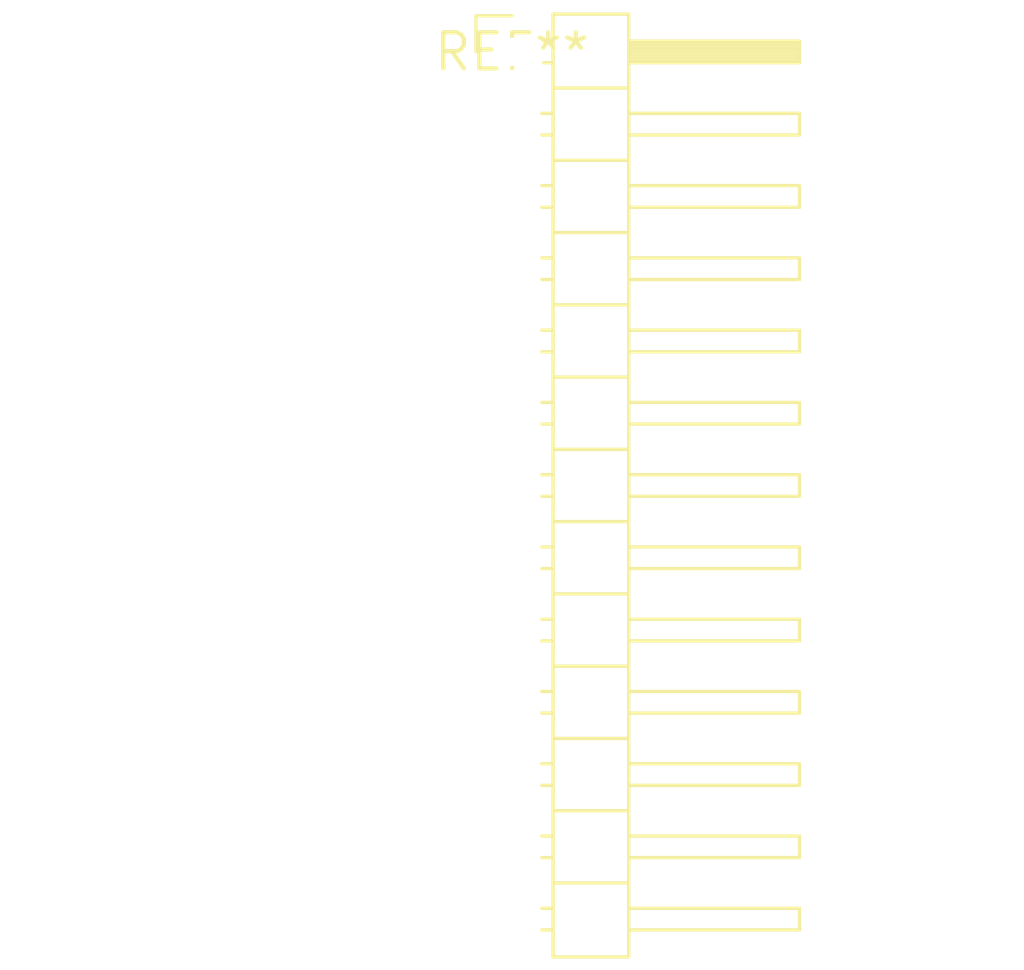
<source format=kicad_pcb>
(kicad_pcb (version 20240108) (generator pcbnew)
  (layers (0 "F.Cu" signal) (31 "B.Cu" signal) (34 "B.Paste" user) (35 "F.Paste" user) (36 "B.SilkS" user "B.Silkscreen") (37 "F.SilkS" user "F.Silkscreen") (38 "B.Mask" user) (39 "F.Mask" user) (44 "Edge.Cuts" user))
  (net 0 "")
  (footprint "PinHeader_1x13_P2.54mm_Horizontal" (layer "F.Cu") (at 0 0)
    (property "Reference" "REF**")
    (property "Value" "PinHeader_1x13_P2.54mm_Horizontal")
    (fp_line (start -1.27 -1.27) (end 0 -1.27) (layer "F.SilkS") (stroke (width 0.12)))
    (fp_line (start -1.27 0) (end -1.27 -1.27) (layer "F.SilkS") (stroke (width 0.12)))
    (fp_line (start 1.042929 2.16) (end 1.44 2.16) (layer "F.SilkS") (stroke (width 0.12)))
    (fp_line (start 1.042929 2.92) (end 1.44 2.92) (layer "F.SilkS") (stroke (width 0.12)))
    (fp_line (start 1.042929 4.7) (end 1.44 4.7) (layer "F.SilkS") (stroke (width 0.12)))
    (fp_line (start 1.042929 5.46) (end 1.44 5.46) (layer "F.SilkS") (stroke (width 0.12)))
    (fp_line (start 1.042929 7.24) (end 1.44 7.24) (layer "F.SilkS") (stroke (width 0.12)))
    (fp_line (start 1.042929 8) (end 1.44 8) (layer "F.SilkS") (stroke (width 0.12)))
    (fp_line (start 1.042929 9.78) (end 1.44 9.78) (layer "F.SilkS") (stroke (width 0.12)))
    (fp_line (start 1.042929 10.54) (end 1.44 10.54) (layer "F.SilkS") (stroke (width 0.12)))
    (fp_line (start 1.042929 12.32) (end 1.44 12.32) (layer "F.SilkS") (stroke (width 0.12)))
    (fp_line (start 1.042929 13.08) (end 1.44 13.08) (layer "F.SilkS") (stroke (width 0.12)))
    (fp_line (start 1.042929 14.86) (end 1.44 14.86) (layer "F.SilkS") (stroke (width 0.12)))
    (fp_line (start 1.042929 15.62) (end 1.44 15.62) (layer "F.SilkS") (stroke (width 0.12)))
    (fp_line (start 1.042929 17.4) (end 1.44 17.4) (layer "F.SilkS") (stroke (width 0.12)))
    (fp_line (start 1.042929 18.16) (end 1.44 18.16) (layer "F.SilkS") (stroke (width 0.12)))
    (fp_line (start 1.042929 19.94) (end 1.44 19.94) (layer "F.SilkS") (stroke (width 0.12)))
    (fp_line (start 1.042929 20.7) (end 1.44 20.7) (layer "F.SilkS") (stroke (width 0.12)))
    (fp_line (start 1.042929 22.48) (end 1.44 22.48) (layer "F.SilkS") (stroke (width 0.12)))
    (fp_line (start 1.042929 23.24) (end 1.44 23.24) (layer "F.SilkS") (stroke (width 0.12)))
    (fp_line (start 1.042929 25.02) (end 1.44 25.02) (layer "F.SilkS") (stroke (width 0.12)))
    (fp_line (start 1.042929 25.78) (end 1.44 25.78) (layer "F.SilkS") (stroke (width 0.12)))
    (fp_line (start 1.042929 27.56) (end 1.44 27.56) (layer "F.SilkS") (stroke (width 0.12)))
    (fp_line (start 1.042929 28.32) (end 1.44 28.32) (layer "F.SilkS") (stroke (width 0.12)))
    (fp_line (start 1.042929 30.1) (end 1.44 30.1) (layer "F.SilkS") (stroke (width 0.12)))
    (fp_line (start 1.042929 30.86) (end 1.44 30.86) (layer "F.SilkS") (stroke (width 0.12)))
    (fp_line (start 1.11 -0.38) (end 1.44 -0.38) (layer "F.SilkS") (stroke (width 0.12)))
    (fp_line (start 1.11 0.38) (end 1.44 0.38) (layer "F.SilkS") (stroke (width 0.12)))
    (fp_line (start 1.44 -1.33) (end 1.44 31.81) (layer "F.SilkS") (stroke (width 0.12)))
    (fp_line (start 1.44 1.27) (end 4.1 1.27) (layer "F.SilkS") (stroke (width 0.12)))
    (fp_line (start 1.44 3.81) (end 4.1 3.81) (layer "F.SilkS") (stroke (width 0.12)))
    (fp_line (start 1.44 6.35) (end 4.1 6.35) (layer "F.SilkS") (stroke (width 0.12)))
    (fp_line (start 1.44 8.89) (end 4.1 8.89) (layer "F.SilkS") (stroke (width 0.12)))
    (fp_line (start 1.44 11.43) (end 4.1 11.43) (layer "F.SilkS") (stroke (width 0.12)))
    (fp_line (start 1.44 13.97) (end 4.1 13.97) (layer "F.SilkS") (stroke (width 0.12)))
    (fp_line (start 1.44 16.51) (end 4.1 16.51) (layer "F.SilkS") (stroke (width 0.12)))
    (fp_line (start 1.44 19.05) (end 4.1 19.05) (layer "F.SilkS") (stroke (width 0.12)))
    (fp_line (start 1.44 21.59) (end 4.1 21.59) (layer "F.SilkS") (stroke (width 0.12)))
    (fp_line (start 1.44 24.13) (end 4.1 24.13) (layer "F.SilkS") (stroke (width 0.12)))
    (fp_line (start 1.44 26.67) (end 4.1 26.67) (layer "F.SilkS") (stroke (width 0.12)))
    (fp_line (start 1.44 29.21) (end 4.1 29.21) (layer "F.SilkS") (stroke (width 0.12)))
    (fp_line (start 1.44 31.81) (end 4.1 31.81) (layer "F.SilkS") (stroke (width 0.12)))
    (fp_line (start 4.1 -1.33) (end 1.44 -1.33) (layer "F.SilkS") (stroke (width 0.12)))
    (fp_line (start 4.1 -0.38) (end 10.1 -0.38) (layer "F.SilkS") (stroke (width 0.12)))
    (fp_line (start 4.1 -0.32) (end 10.1 -0.32) (layer "F.SilkS") (stroke (width 0.12)))
    (fp_line (start 4.1 -0.2) (end 10.1 -0.2) (layer "F.SilkS") (stroke (width 0.12)))
    (fp_line (start 4.1 -0.08) (end 10.1 -0.08) (layer "F.SilkS") (stroke (width 0.12)))
    (fp_line (start 4.1 0.04) (end 10.1 0.04) (layer "F.SilkS") (stroke (width 0.12)))
    (fp_line (start 4.1 0.16) (end 10.1 0.16) (layer "F.SilkS") (stroke (width 0.12)))
    (fp_line (start 4.1 0.28) (end 10.1 0.28) (layer "F.SilkS") (stroke (width 0.12)))
    (fp_line (start 4.1 2.16) (end 10.1 2.16) (layer "F.SilkS") (stroke (width 0.12)))
    (fp_line (start 4.1 4.7) (end 10.1 4.7) (layer "F.SilkS") (stroke (width 0.12)))
    (fp_line (start 4.1 7.24) (end 10.1 7.24) (layer "F.SilkS") (stroke (width 0.12)))
    (fp_line (start 4.1 9.78) (end 10.1 9.78) (layer "F.SilkS") (stroke (width 0.12)))
    (fp_line (start 4.1 12.32) (end 10.1 12.32) (layer "F.SilkS") (stroke (width 0.12)))
    (fp_line (start 4.1 14.86) (end 10.1 14.86) (layer "F.SilkS") (stroke (width 0.12)))
    (fp_line (start 4.1 17.4) (end 10.1 17.4) (layer "F.SilkS") (stroke (width 0.12)))
    (fp_line (start 4.1 19.94) (end 10.1 19.94) (layer "F.SilkS") (stroke (width 0.12)))
    (fp_line (start 4.1 22.48) (end 10.1 22.48) (layer "F.SilkS") (stroke (width 0.12)))
    (fp_line (start 4.1 25.02) (end 10.1 25.02) (layer "F.SilkS") (stroke (width 0.12)))
    (fp_line (start 4.1 27.56) (end 10.1 27.56) (layer "F.SilkS") (stroke (width 0.12)))
    (fp_line (start 4.1 30.1) (end 10.1 30.1) (layer "F.SilkS") (stroke (width 0.12)))
    (fp_line (start 4.1 31.81) (end 4.1 -1.33) (layer "F.SilkS") (stroke (width 0.12)))
    (fp_line (start 10.1 -0.38) (end 10.1 0.38) (layer "F.SilkS") (stroke (width 0.12)))
    (fp_line (start 10.1 0.38) (end 4.1 0.38) (layer "F.SilkS") (stroke (width 0.12)))
    (fp_line (start 10.1 2.16) (end 10.1 2.92) (layer "F.SilkS") (stroke (width 0.12)))
    (fp_line (start 10.1 2.92) (end 4.1 2.92) (layer "F.SilkS") (stroke (width 0.12)))
    (fp_line (start 10.1 4.7) (end 10.1 5.46) (layer "F.SilkS") (stroke (width 0.12)))
    (fp_line (start 10.1 5.46) (end 4.1 5.46) (layer "F.SilkS") (stroke (width 0.12)))
    (fp_line (start 10.1 7.24) (end 10.1 8) (layer "F.SilkS") (stroke (width 0.12)))
    (fp_line (start 10.1 8) (end 4.1 8) (layer "F.SilkS") (stroke (width 0.12)))
    (fp_line (start 10.1 9.78) (end 10.1 10.54) (layer "F.SilkS") (stroke (width 0.12)))
    (fp_line (start 10.1 10.54) (end 4.1 10.54) (layer "F.SilkS") (stroke (width 0.12)))
    (fp_line (start 10.1 12.32) (end 10.1 13.08) (layer "F.SilkS") (stroke (width 0.12)))
    (fp_line (start 10.1 13.08) (end 4.1 13.08) (layer "F.SilkS") (stroke (width 0.12)))
    (fp_line (start 10.1 14.86) (end 10.1 15.62) (layer "F.SilkS") (stroke (width 0.12)))
    (fp_line (start 10.1 15.62) (end 4.1 15.62) (layer "F.SilkS") (stroke (width 0.12)))
    (fp_line (start 10.1 17.4) (end 10.1 18.16) (layer "F.SilkS") (stroke (width 0.12)))
    (fp_line (start 10.1 18.16) (end 4.1 18.16) (layer "F.SilkS") (stroke (width 0.12)))
    (fp_line (start 10.1 19.94) (end 10.1 20.7) (layer "F.SilkS") (stroke (width 0.12)))
    (fp_line (start 10.1 20.7) (end 4.1 20.7) (layer "F.SilkS") (stroke (width 0.12)))
    (fp_line (start 10.1 22.48) (end 10.1 23.24) (layer "F.SilkS") (stroke (width 0.12)))
    (fp_line (start 10.1 23.24) (end 4.1 23.24) (layer "F.SilkS") (stroke (width 0.12)))
    (fp_line (start 10.1 25.02) (end 10.1 25.78) (layer "F.SilkS") (stroke (width 0.12)))
    (fp_line (start 10.1 25.78) (end 4.1 25.78) (layer "F.SilkS") (stroke (width 0.12)))
    (fp_line (start 10.1 27.56) (end 10.1 28.32) (layer "F.SilkS") (stroke (width 0.12)))
    (fp_line (start 10.1 28.32) (end 4.1 28.32) (layer "F.SilkS") (stroke (width 0.12)))
    (fp_line (start 10.1 30.1) (end 10.1 30.86) (layer "F.SilkS") (stroke (width 0.12)))
    (fp_line (start 10.1 30.86) (end 4.1 30.86) (layer "F.SilkS") (stroke (width 0.12)))
    (pad "1" thru_hole rect (at 0 0) (size 1.7 1.7) (drill 1) (layers *.Cu *.Mask) (remove_unused_layers))
    (pad "2" thru_hole oval (at 0 2.54) (size 1.7 1.7) (drill 1) (layers *.Cu *.Mask) (remove_unused_layers))
    (pad "3" thru_hole oval (at 0 5.08) (size 1.7 1.7) (drill 1) (layers *.Cu *.Mask) (remove_unused_layers))
    (pad "4" thru_hole oval (at 0 7.62) (size 1.7 1.7) (drill 1) (layers *.Cu *.Mask) (remove_unused_layers))
    (pad "5" thru_hole oval (at 0 10.16) (size 1.7 1.7) (drill 1) (layers *.Cu *.Mask) (remove_unused_layers))
    (pad "6" thru_hole oval (at 0 12.7) (size 1.7 1.7) (drill 1) (layers *.Cu *.Mask) (remove_unused_layers))
    (pad "7" thru_hole oval (at 0 15.24) (size 1.7 1.7) (drill 1) (layers *.Cu *.Mask) (remove_unused_layers))
    (pad "8" thru_hole oval (at 0 17.78) (size 1.7 1.7) (drill 1) (layers *.Cu *.Mask) (remove_unused_layers))
    (pad "9" thru_hole oval (at 0 20.32) (size 1.7 1.7) (drill 1) (layers *.Cu *.Mask) (remove_unused_layers))
    (pad "10" thru_hole oval (at 0 22.86) (size 1.7 1.7) (drill 1) (layers *.Cu *.Mask) (remove_unused_layers))
    (pad "11" thru_hole oval (at 0 25.4) (size 1.7 1.7) (drill 1) (layers *.Cu *.Mask) (remove_unused_layers))
    (pad "12" thru_hole oval (at 0 27.94) (size 1.7 1.7) (drill 1) (layers *.Cu *.Mask) (remove_unused_layers))
    (pad "13" thru_hole oval (at 0 30.48) (size 1.7 1.7) (drill 1) (layers *.Cu *.Mask) (remove_unused_layers))
  )
)
</source>
